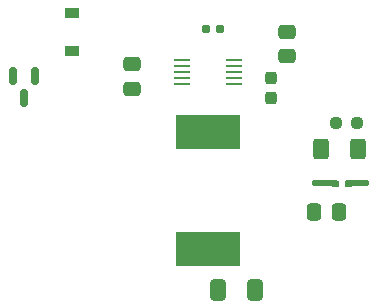
<source format=gtp>
G04 #@! TF.GenerationSoftware,KiCad,Pcbnew,(6.0.1)*
G04 #@! TF.CreationDate,2022-04-24T16:28:56-07:00*
G04 #@! TF.ProjectId,PS_controller,50535f63-6f6e-4747-926f-6c6c65722e6b,rev?*
G04 #@! TF.SameCoordinates,Original*
G04 #@! TF.FileFunction,Paste,Top*
G04 #@! TF.FilePolarity,Positive*
%FSLAX46Y46*%
G04 Gerber Fmt 4.6, Leading zero omitted, Abs format (unit mm)*
G04 Created by KiCad (PCBNEW (6.0.1)) date 2022-04-24 16:28:56*
%MOMM*%
%LPD*%
G01*
G04 APERTURE LIST*
G04 Aperture macros list*
%AMRoundRect*
0 Rectangle with rounded corners*
0 $1 Rounding radius*
0 $2 $3 $4 $5 $6 $7 $8 $9 X,Y pos of 4 corners*
0 Add a 4 corners polygon primitive as box body*
4,1,4,$2,$3,$4,$5,$6,$7,$8,$9,$2,$3,0*
0 Add four circle primitives for the rounded corners*
1,1,$1+$1,$2,$3*
1,1,$1+$1,$4,$5*
1,1,$1+$1,$6,$7*
1,1,$1+$1,$8,$9*
0 Add four rect primitives between the rounded corners*
20,1,$1+$1,$2,$3,$4,$5,0*
20,1,$1+$1,$4,$5,$6,$7,0*
20,1,$1+$1,$6,$7,$8,$9,0*
20,1,$1+$1,$8,$9,$2,$3,0*%
G04 Aperture macros list end*
%ADD10C,0.120000*%
%ADD11R,1.200000X0.900000*%
%ADD12RoundRect,0.160000X0.197500X0.160000X-0.197500X0.160000X-0.197500X-0.160000X0.197500X-0.160000X0*%
%ADD13RoundRect,0.150000X-0.150000X0.587500X-0.150000X-0.587500X0.150000X-0.587500X0.150000X0.587500X0*%
%ADD14RoundRect,0.132750X0.888750X0.132750X-0.888750X0.132750X-0.888750X-0.132750X0.888750X-0.132750X0*%
%ADD15RoundRect,0.125000X0.996500X0.125000X-0.996500X0.125000X-0.996500X-0.125000X0.996500X-0.125000X0*%
%ADD16RoundRect,0.250000X-0.400000X-0.625000X0.400000X-0.625000X0.400000X0.625000X-0.400000X0.625000X0*%
%ADD17RoundRect,0.237500X-0.237500X0.300000X-0.237500X-0.300000X0.237500X-0.300000X0.237500X0.300000X0*%
%ADD18RoundRect,0.250000X0.475000X-0.337500X0.475000X0.337500X-0.475000X0.337500X-0.475000X-0.337500X0*%
%ADD19R,1.333500X0.279400*%
%ADD20RoundRect,0.250000X-0.475000X0.337500X-0.475000X-0.337500X0.475000X-0.337500X0.475000X0.337500X0*%
%ADD21RoundRect,0.250000X-0.412500X-0.650000X0.412500X-0.650000X0.412500X0.650000X-0.412500X0.650000X0*%
%ADD22R,5.400000X2.900000*%
%ADD23RoundRect,0.250000X-0.337500X-0.475000X0.337500X-0.475000X0.337500X0.475000X-0.337500X0.475000X0*%
%ADD24RoundRect,0.237500X0.250000X0.237500X-0.250000X0.237500X-0.250000X-0.237500X0.250000X-0.237500X0*%
G04 APERTURE END LIST*
D10*
X199070000Y-89480000D02*
X198577571Y-89480000D01*
X198577571Y-89480000D02*
X198577571Y-89080000D01*
X198577571Y-89080000D02*
X199070000Y-89080000D01*
X199070000Y-89080000D02*
X199070000Y-89480000D01*
G36*
X199070000Y-89480000D02*
G01*
X198577571Y-89480000D01*
X198577571Y-89080000D01*
X199070000Y-89080000D01*
X199070000Y-89480000D01*
G37*
X197970000Y-89480000D02*
X197477571Y-89480000D01*
X197477571Y-89480000D02*
X197477571Y-89080000D01*
X197477571Y-89080000D02*
X197970000Y-89080000D01*
X197970000Y-89080000D02*
X197970000Y-89480000D01*
G36*
X197970000Y-89480000D02*
G01*
X197477571Y-89480000D01*
X197477571Y-89080000D01*
X197970000Y-89080000D01*
X197970000Y-89480000D01*
G37*
D11*
X175514000Y-78104000D03*
X175514000Y-74804000D03*
D12*
X188049500Y-76212500D03*
X186854500Y-76212500D03*
D13*
X172348000Y-80208000D03*
X170448000Y-80208000D03*
X171398000Y-82083000D03*
D14*
X199570000Y-89280000D03*
D15*
X196870000Y-89280000D03*
D16*
X196560000Y-86322000D03*
X199660000Y-86322000D03*
D17*
X192294000Y-80350000D03*
X192294000Y-82075000D03*
D18*
X193700000Y-78490000D03*
X193700000Y-76415000D03*
D19*
X184777850Y-78861740D03*
X184777850Y-79362120D03*
X184777850Y-79862500D03*
X184777850Y-80362880D03*
X184777850Y-80863260D03*
X189210150Y-80863260D03*
X189210150Y-80362880D03*
X189210150Y-79862500D03*
X189210150Y-79362120D03*
X189210150Y-78861740D03*
D20*
X180594000Y-79205000D03*
X180594000Y-81280000D03*
D21*
X187837500Y-98300000D03*
X190962500Y-98300000D03*
D22*
X187000000Y-84950000D03*
X187000000Y-94850000D03*
D23*
X195972500Y-91700000D03*
X198047500Y-91700000D03*
D24*
X199632500Y-84120000D03*
X197807500Y-84120000D03*
M02*

</source>
